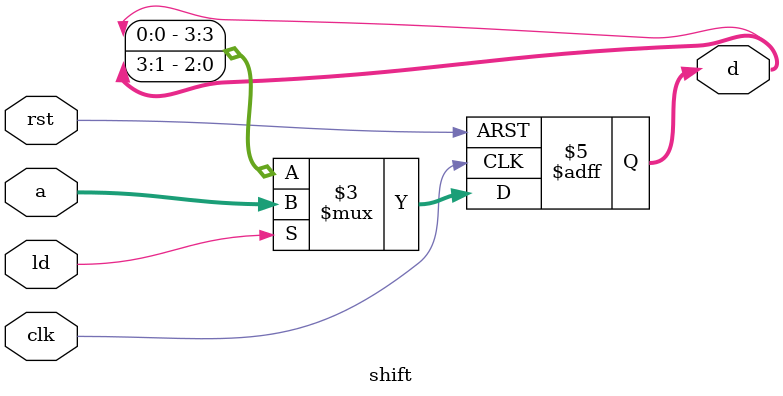
<source format=v>
module shift(d,a,clk,rst,ld);
input[3:0] a;
input clk,rst,ld;
output[3:0] d;
reg[3:0] d;
  
always @(posedge clk or posedge rst)
     begin
	if (rst)
            d = 4'b0000;
        else if (ld)
             	d = a;
             else
                d = {d[0],d[3:1]};
       end
endmodule


</source>
